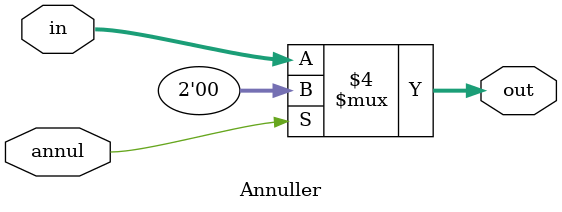
<source format=v>


// We put something this simple into a module since it conveys intent,
// and avoids an RTL schematic cluttered with a bunch of AND gates.

// We do this using logic instead of a register synchronous clear
// since it might not be as portable, nor synthesize as well.

// See http://www.altera.com/literature/hb/qts/qts_qii51007.pdf (page 14-49):

// // Creating many registers with different sload and sclr signals can make
// // packing the registers into LABs difficult for the Quartus II Fitter
// // because the sclr and sload signals are LAB-wide signals. In addition,
// // using the LAB-wide sload signal prevents the Fitter from packing
// // registers using the quick feedback path in the device architecture,
// // which means that some registers cannot be packed with other logic.

// // Synthesis tools typically restrict use of sload and sclr signals to
// // cases in which there are enough registers with common signals to allow
// // good LAB packing. Using the look-up table (LUT) to implement the signals
// // is always more flexible if it is available.  Because different device
// // families offer different numbers of control signals, inference of these
// // signals is also device-specific. For example, because Stratix II devices
// // have more flexibility than Stratix devices with respect to secondary
// // control signals, synthesis tools might infer more sload and sclr signals
// // for Stratix II devices.

`default_nettype none

module Annuller
#(
    parameter       WORD_WIDTH         = 0
)
(
    input   wire                       annul,
    input   wire    [WORD_WIDTH-1:0]   in,
    output  reg     [WORD_WIDTH-1:0]   out
);

    localparam ZERO = {WORD_WIDTH{1'b0}};

    initial begin
        out = ZERO;
    end

    always @(*) begin
        out = (annul == 1'b1) ? ZERO : in;
    end

endmodule


</source>
